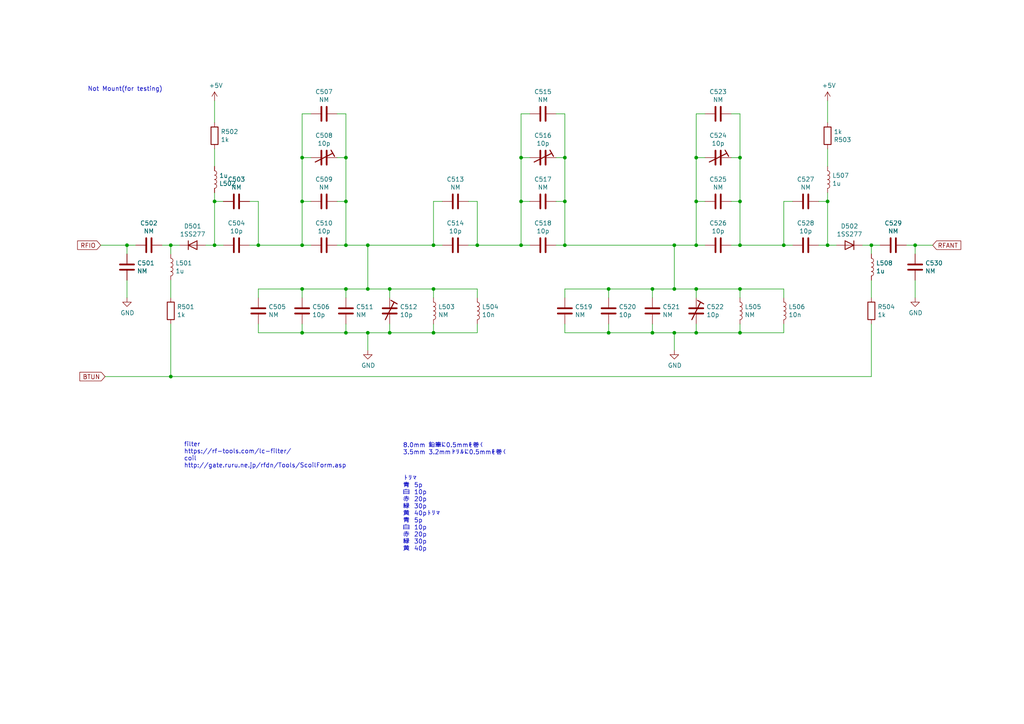
<source format=kicad_sch>
(kicad_sch (version 20211123) (generator eeschema)
  (paper "A4")
  (title_block (title "FM QRP TRCV") (date "2022-03-12") (rev "1") (company "JK1MLY / PRUG"))
  (lib_symbols
    (symbol "Device:C" (pin_numbers hide) (pin_names (offset 0.254))
      (property "Reference" "C" (at 0.635 2.54 0))
      (property "Value" "C" (at 0.635 -2.54 0))
      (symbol "C_0_1"
        (polyline (pts (xy -2.032 -0.762) (xy 2.032 -0.762)) (stroke (width 0.508)))
        (polyline (pts (xy -2.032 0.762) (xy 2.032 0.762)) (stroke (width 0.508)))
      )
      (symbol "C_1_1"
        (pin passive line (at 0 3.81 270) (length 2.794) (name "~") (number "1"))
        (pin passive line (at 0 -3.81 90) (length 2.794) (name "~") (number "2"))
      )
    )
    (symbol "Device:CTRIM" (pin_numbers hide) (pin_names (offset 0.254) hide)
      (property "Reference" "C" (at 1.524 -2.032 0))
      (property "Value" "Device_CTRIM" (at 3.048 -3.556 0))
      (symbol "CTRIM_0_1"
        (polyline (pts (xy -2.032 -0.762) (xy 2.032 -0.762)) (stroke (width 0.508)))
        (polyline (pts (xy -2.032 0.762) (xy 2.032 0.762)) (stroke (width 0.508)))
        (polyline (pts (xy 1.27 2.54) (xy -1.27 -2.54)) (stroke (width 0.3048)))
        (polyline (pts (xy 1.27 2.54) (xy 0.381 3.048)) (stroke (width 0.3048)))
        (polyline (pts (xy 1.27 2.54) (xy 2.159 2.032)) (stroke (width 0.3048)))
      )
      (symbol "CTRIM_1_1"
        (pin passive line (at 0 3.81 270) (length 3.048) (name "~") (number "1"))
        (pin passive line (at 0 -3.81 90) (length 3.048) (name "~") (number "2"))
      )
    )
    (symbol "Device:D" (pin_numbers hide) (pin_names (offset 1.016) hide)
      (property "Reference" "D" (at 0 2.54 0))
      (property "Value" "D" (at 0 -2.54 0))
      (symbol "D_0_1"
        (polyline (pts (xy -1.27 1.27) (xy -1.27 -1.27)) (stroke (width 0.254)))
        (polyline (pts (xy 1.27 0) (xy -1.27 0)))
        (polyline (pts (xy 1.27 1.27) (xy 1.27 -1.27) (xy -1.27 0) (xy 1.27 1.27)) (stroke (width 0.254)))
      )
      (symbol "D_1_1"
        (pin passive line (at -3.81 0 0) (length 2.54) (name "K") (number "1"))
        (pin passive line (at 3.81 0 180) (length 2.54) (name "A") (number "2"))
      )
    )
    (symbol "Device:L" (pin_numbers hide) (pin_names (offset 1.016) hide)
      (property "Reference" "L" (at -1.27 0 90))
      (property "Value" "L" (at 1.905 0 90))
      (symbol "L_0_1"
        (arc (start 0 -2.54) (mid 0.635 -1.905) (end 0 -1.27))
        (arc (start 0 -1.27) (mid 0.635 -0.635) (end 0 0))
        (arc (start 0 0) (mid 0.635 0.635) (end 0 1.27))
        (arc (start 0 1.27) (mid 0.635 1.905) (end 0 2.54))
      )
      (symbol "L_1_1"
        (pin passive line (at 0 3.81 270) (length 1.27) (name "1") (number "1"))
        (pin passive line (at 0 -3.81 90) (length 1.27) (name "2") (number "2"))
      )
    )
    (symbol "Device:R" (pin_numbers hide) (pin_names (offset 0))
      (property "Reference" "R" (at 2.032 0 90))
      (property "Value" "R" (at 0 0 90))
      (symbol "R_0_1"
        (rectangle (start -1.016 -2.54) (end 1.016 2.54) (stroke (width 0.254)))
      )
      (symbol "R_1_1"
        (pin passive line (at 0 3.81 270) (length 1.27) (name "~") (number "1"))
        (pin passive line (at 0 -3.81 90) (length 1.27) (name "~") (number "2"))
      )
    )
    (symbol "power:+5V" (power) (pin_names (offset 0))
      (property "Value" "+5V" (at 0 3.556 0))
      (symbol "+5V_0_1"
        (polyline (pts (xy -0.762 1.27) (xy 0 2.54)))
        (polyline (pts (xy 0 0) (xy 0 2.54)))
        (polyline (pts (xy 0 2.54) (xy 0.762 1.27)))
      )
      (symbol "+5V_1_1"
        (pin power_in line (at 0 0 90) (length 0) hide (name "+5V") (number "1"))
      )
    )
    (symbol "power:GND" (power) (pin_names (offset 0))
      (property "Value" "GND" (at 0 -3.81 0))
      (symbol "GND_0_1"
        (polyline (pts (xy 0 0) (xy 0 -1.27) (xy 1.27 -1.27) (xy 0 -2.54) (xy -1.27 -1.27) (xy 0 -1.27)))
      )
      (symbol "GND_1_1"
        (pin power_in line (at 0 0 270) (length 0) hide (name "GND") (number "1"))
      )
    )
  )
  (junction (at 214.63 83.82))
  (junction (at 100.33 58.42))
  (junction (at 87.63 45.72))
  (junction (at 189.23 96.52))
  (junction (at 151.13 45.72))
  (junction (at 240.03 71.12))
  (junction (at 201.93 45.72))
  (junction (at 100.33 71.12))
  (junction (at 201.93 96.52))
  (junction (at 240.03 58.42))
  (junction (at 163.83 71.12))
  (junction (at 87.63 71.12))
  (junction (at 195.58 83.82))
  (junction (at 214.63 45.72))
  (junction (at 100.33 96.52))
  (junction (at 189.23 83.82))
  (junction (at 125.73 83.82))
  (junction (at 100.33 45.72))
  (junction (at 214.63 58.42))
  (junction (at 201.93 71.12))
  (junction (at 125.73 96.52))
  (junction (at 106.68 83.82))
  (junction (at 106.68 96.52))
  (junction (at 36.83 71.12))
  (junction (at 87.63 83.82))
  (junction (at 163.83 45.72))
  (junction (at 100.33 83.82))
  (junction (at 62.23 58.42))
  (junction (at 87.63 58.42))
  (junction (at 214.63 96.52))
  (junction (at 227.33 71.12))
  (junction (at 106.68 71.12))
  (junction (at 163.83 58.42))
  (junction (at 214.63 71.12))
  (junction (at 201.93 83.82))
  (junction (at 113.03 96.52))
  (junction (at 151.13 58.42))
  (junction (at 87.63 96.52))
  (junction (at 49.53 109.22))
  (junction (at 265.43 71.12))
  (junction (at 176.53 83.82))
  (junction (at 195.58 71.12))
  (junction (at 125.73 71.12))
  (junction (at 74.93 71.12))
  (junction (at 195.58 96.52))
  (junction (at 176.53 96.52))
  (junction (at 62.23 71.12))
  (junction (at 138.43 71.12))
  (junction (at 151.13 71.12))
  (junction (at 252.73 71.12))
  (junction (at 49.53 71.12))
  (junction (at 113.03 83.82))
  (junction (at 201.93 58.42))
  (wire (pts (xy 212.09 45.72) (xy 214.63 45.72)))
  (wire (pts (xy 87.63 96.52) (xy 100.33 96.52)))
  (wire (pts (xy 72.39 58.42) (xy 74.93 58.42)))
  (wire (pts (xy 270.51 71.12) (xy 265.43 71.12)))
  (wire (pts (xy 62.23 58.42) (xy 62.23 71.12)))
  (wire (pts (xy 153.67 58.42) (xy 151.13 58.42)))
  (wire (pts (xy 214.63 45.72) (xy 214.63 58.42)))
  (wire (pts (xy 135.89 71.12) (xy 138.43 71.12)))
  (wire (pts (xy 201.93 71.12) (xy 204.47 71.12)))
  (wire (pts (xy 74.93 96.52) (xy 87.63 96.52)))
  (wire (pts (xy 189.23 83.82) (xy 195.58 83.82)))
  (wire (pts (xy 195.58 96.52) (xy 201.93 96.52)))
  (wire (pts (xy 212.09 71.12) (xy 214.63 71.12)))
  (wire (pts (xy 227.33 96.52) (xy 227.33 93.98)))
  (wire (pts (xy 204.47 58.42) (xy 201.93 58.42)))
  (wire (pts (xy 153.67 45.72) (xy 151.13 45.72)))
  (wire (pts (xy 106.68 101.6) (xy 106.68 96.52)))
  (wire (pts (xy 201.93 96.52) (xy 214.63 96.52)))
  (wire (pts (xy 100.33 83.82) (xy 106.68 83.82)))
  (wire (pts (xy 212.09 33.02) (xy 214.63 33.02)))
  (wire (pts (xy 87.63 45.72) (xy 87.63 58.42)))
  (wire (pts (xy 176.53 83.82) (xy 176.53 86.36)))
  (wire (pts (xy 90.17 58.42) (xy 87.63 58.42)))
  (wire (pts (xy 214.63 93.98) (xy 214.63 96.52)))
  (wire (pts (xy 153.67 33.02) (xy 151.13 33.02)))
  (wire (pts (xy 87.63 83.82) (xy 87.63 86.36)))
  (wire (pts (xy 265.43 81.28) (xy 265.43 86.36)))
  (wire (pts (xy 151.13 71.12) (xy 153.67 71.12)))
  (wire (pts (xy 240.03 43.18) (xy 240.03 48.26)))
  (wire (pts (xy 62.23 55.88) (xy 62.23 58.42)))
  (wire (pts (xy 265.43 71.12) (xy 262.89 71.12)))
  (wire (pts (xy 214.63 83.82) (xy 227.33 83.82)))
  (wire (pts (xy 36.83 71.12) (xy 29.21 71.12)))
  (wire (pts (xy 100.33 71.12) (xy 97.79 71.12)))
  (wire (pts (xy 240.03 29.21) (xy 240.03 35.56)))
  (wire (pts (xy 87.63 83.82) (xy 100.33 83.82)))
  (wire (pts (xy 97.79 33.02) (xy 100.33 33.02)))
  (wire (pts (xy 214.63 33.02) (xy 214.63 45.72)))
  (wire (pts (xy 87.63 58.42) (xy 87.63 71.12)))
  (wire (pts (xy 252.73 81.28) (xy 252.73 86.36)))
  (wire (pts (xy 237.49 71.12) (xy 240.03 71.12)))
  (wire (pts (xy 100.33 86.36) (xy 100.33 83.82)))
  (wire (pts (xy 176.53 93.98) (xy 176.53 96.52)))
  (wire (pts (xy 74.93 71.12) (xy 72.39 71.12)))
  (wire (pts (xy 87.63 33.02) (xy 87.63 45.72)))
  (wire (pts (xy 97.79 45.72) (xy 100.33 45.72)))
  (wire (pts (xy 49.53 109.22) (xy 252.73 109.22)))
  (wire (pts (xy 265.43 73.66) (xy 265.43 71.12)))
  (wire (pts (xy 113.03 86.36) (xy 113.03 83.82)))
  (wire (pts (xy 176.53 83.82) (xy 189.23 83.82)))
  (wire (pts (xy 113.03 83.82) (xy 125.73 83.82)))
  (wire (pts (xy 204.47 33.02) (xy 201.93 33.02)))
  (wire (pts (xy 227.33 71.12) (xy 229.87 71.12)))
  (wire (pts (xy 49.53 93.98) (xy 49.53 109.22)))
  (wire (pts (xy 151.13 45.72) (xy 151.13 58.42)))
  (wire (pts (xy 252.73 109.22) (xy 252.73 93.98)))
  (wire (pts (xy 163.83 45.72) (xy 163.83 58.42)))
  (wire (pts (xy 163.83 33.02) (xy 163.83 45.72)))
  (wire (pts (xy 163.83 71.12) (xy 161.29 71.12)))
  (wire (pts (xy 90.17 33.02) (xy 87.63 33.02)))
  (wire (pts (xy 163.83 93.98) (xy 163.83 96.52)))
  (wire (pts (xy 74.93 83.82) (xy 87.63 83.82)))
  (wire (pts (xy 100.33 33.02) (xy 100.33 45.72)))
  (wire (pts (xy 125.73 58.42) (xy 125.73 71.12)))
  (wire (pts (xy 36.83 81.28) (xy 36.83 86.36)))
  (wire (pts (xy 195.58 83.82) (xy 201.93 83.82)))
  (wire (pts (xy 227.33 83.82) (xy 227.33 86.36)))
  (wire (pts (xy 36.83 71.12) (xy 36.83 73.66)))
  (wire (pts (xy 138.43 58.42) (xy 138.43 71.12)))
  (wire (pts (xy 100.33 71.12) (xy 106.68 71.12)))
  (wire (pts (xy 128.27 58.42) (xy 125.73 58.42)))
  (wire (pts (xy 90.17 45.72) (xy 87.63 45.72)))
  (wire (pts (xy 125.73 96.52) (xy 138.43 96.52)))
  (wire (pts (xy 138.43 71.12) (xy 151.13 71.12)))
  (wire (pts (xy 125.73 86.36) (xy 125.73 83.82)))
  (wire (pts (xy 214.63 71.12) (xy 227.33 71.12)))
  (wire (pts (xy 163.83 83.82) (xy 176.53 83.82)))
  (wire (pts (xy 113.03 93.98) (xy 113.03 96.52)))
  (wire (pts (xy 240.03 58.42) (xy 240.03 71.12)))
  (wire (pts (xy 62.23 71.12) (xy 64.77 71.12)))
  (wire (pts (xy 252.73 71.12) (xy 252.73 73.66)))
  (wire (pts (xy 151.13 58.42) (xy 151.13 71.12)))
  (wire (pts (xy 100.33 93.98) (xy 100.33 96.52)))
  (wire (pts (xy 161.29 33.02) (xy 163.83 33.02)))
  (wire (pts (xy 201.93 86.36) (xy 201.93 83.82)))
  (wire (pts (xy 87.63 71.12) (xy 90.17 71.12)))
  (wire (pts (xy 106.68 71.12) (xy 106.68 83.82)))
  (wire (pts (xy 106.68 71.12) (xy 125.73 71.12)))
  (wire (pts (xy 189.23 93.98) (xy 189.23 96.52)))
  (wire (pts (xy 59.69 71.12) (xy 62.23 71.12)))
  (wire (pts (xy 201.93 33.02) (xy 201.93 45.72)))
  (wire (pts (xy 49.53 71.12) (xy 49.53 73.66)))
  (wire (pts (xy 163.83 58.42) (xy 163.83 71.12)))
  (wire (pts (xy 151.13 33.02) (xy 151.13 45.72)))
  (wire (pts (xy 163.83 86.36) (xy 163.83 83.82)))
  (wire (pts (xy 97.79 58.42) (xy 100.33 58.42)))
  (wire (pts (xy 64.77 58.42) (xy 62.23 58.42)))
  (wire (pts (xy 201.93 71.12) (xy 195.58 71.12)))
  (wire (pts (xy 204.47 45.72) (xy 201.93 45.72)))
  (wire (pts (xy 237.49 58.42) (xy 240.03 58.42)))
  (wire (pts (xy 106.68 96.52) (xy 113.03 96.52)))
  (wire (pts (xy 163.83 96.52) (xy 176.53 96.52)))
  (wire (pts (xy 100.33 58.42) (xy 100.33 71.12)))
  (wire (pts (xy 201.93 58.42) (xy 201.93 71.12)))
  (wire (pts (xy 201.93 93.98) (xy 201.93 96.52)))
  (wire (pts (xy 113.03 96.52) (xy 125.73 96.52)))
  (wire (pts (xy 74.93 93.98) (xy 74.93 96.52)))
  (wire (pts (xy 189.23 96.52) (xy 195.58 96.52)))
  (wire (pts (xy 74.93 86.36) (xy 74.93 83.82)))
  (wire (pts (xy 49.53 81.28) (xy 49.53 86.36)))
  (wire (pts (xy 62.23 29.21) (xy 62.23 35.56)))
  (wire (pts (xy 195.58 101.6) (xy 195.58 96.52)))
  (wire (pts (xy 30.48 109.22) (xy 49.53 109.22)))
  (wire (pts (xy 195.58 71.12) (xy 195.58 83.82)))
  (wire (pts (xy 125.73 83.82) (xy 138.43 83.82)))
  (wire (pts (xy 74.93 71.12) (xy 87.63 71.12)))
  (wire (pts (xy 52.07 71.12) (xy 49.53 71.12)))
  (wire (pts (xy 138.43 83.82) (xy 138.43 86.36)))
  (wire (pts (xy 229.87 58.42) (xy 227.33 58.42)))
  (wire (pts (xy 135.89 58.42) (xy 138.43 58.42)))
  (wire (pts (xy 255.27 71.12) (xy 252.73 71.12)))
  (wire (pts (xy 176.53 96.52) (xy 189.23 96.52)))
  (wire (pts (xy 240.03 55.88) (xy 240.03 58.42)))
  (wire (pts (xy 201.93 45.72) (xy 201.93 58.42)))
  (wire (pts (xy 87.63 93.98) (xy 87.63 96.52)))
  (wire (pts (xy 163.83 71.12) (xy 195.58 71.12)))
  (wire (pts (xy 161.29 58.42) (xy 163.83 58.42)))
  (wire (pts (xy 227.33 58.42) (xy 227.33 71.12)))
  (wire (pts (xy 250.19 71.12) (xy 252.73 71.12)))
  (wire (pts (xy 125.73 93.98) (xy 125.73 96.52)))
  (wire (pts (xy 74.93 58.42) (xy 74.93 71.12)))
  (wire (pts (xy 138.43 96.52) (xy 138.43 93.98)))
  (wire (pts (xy 100.33 45.72) (xy 100.33 58.42)))
  (wire (pts (xy 240.03 71.12) (xy 242.57 71.12)))
  (wire (pts (xy 49.53 71.12) (xy 46.99 71.12)))
  (wire (pts (xy 201.93 83.82) (xy 214.63 83.82)))
  (wire (pts (xy 106.68 83.82) (xy 113.03 83.82)))
  (wire (pts (xy 214.63 96.52) (xy 227.33 96.52)))
  (wire (pts (xy 125.73 71.12) (xy 128.27 71.12)))
  (wire (pts (xy 214.63 86.36) (xy 214.63 83.82)))
  (wire (pts (xy 189.23 86.36) (xy 189.23 83.82)))
  (wire (pts (xy 214.63 58.42) (xy 214.63 71.12)))
  (wire (pts (xy 62.23 43.18) (xy 62.23 48.26)))
  (wire (pts (xy 100.33 96.52) (xy 106.68 96.52)))
  (wire (pts (xy 39.37 71.12) (xy 36.83 71.12)))
  (wire (pts (xy 212.09 58.42) (xy 214.63 58.42)))
  (wire (pts (xy 161.29 45.72) (xy 163.83 45.72)))
  (text "filter\nhttps://rf-tools.com/lc-filter/\ncoil\nhttp://gate.ruru.ne.jp/rfdn/Tools/ScoilForm.asp" (at 53.34 135.89 0) (effects (font (size 1.27 1.27)) (justify left bottom)))
  (text "8.0mm 鉛筆に0.5mmを巻く\n3.5mm 3.2mmドリルに0.5mmを巻く" (at 116.84 132.08 0) (effects (font (size 1.27 1.27)) (justify left bottom)))
  (text "Not Mount(for testing)" (at 25.4 26.67 0) (effects (font (size 1.27 1.27)) (justify left bottom)))
  (text "トリマ\n青　5p\n白　10p\n赤　20p\n緑　30p\n黄　40pトリマ\n青　5p\n白　10p\n赤　20p\n緑　30p\n黄　40p" (at 116.84 160.02 0) (effects (font (size 1.27 1.27)) (justify left bottom)))
  (global_label "RFANT" (shape input) (at 270.51 71.12 0) (property "Intersheet References" "${INTERSHEET_REFS}" (effects hide)))
  (global_label "BTUN" (shape input) (at 30.48 109.22 180) (property "Intersheet References" "${INTERSHEET_REFS}" (effects hide)))
  (global_label "RFIO" (shape input) (at 29.21 71.12 180) (property "Intersheet References" "${INTERSHEET_REFS}" (effects hide)))
  (symbol (lib_id "Device:C") (at 189.23 90.17 0) (unit 1)
    (property "Reference" "C521" (at 192.151 89.0016 0) (effects (justify left)))
    (property "Value" "NM" (at 192.151 91.313 0) (effects (justify left)))
    (property "Footprint" "digikey-footprints:0603" (effects hide))
  )
  (symbol (lib_id "Device:C") (at 157.48 58.42 90) (unit 1)
    (property "Reference" "C517" (at 157.48 52.0192 90))
    (property "Value" "NM" (at 157.48 54.3306 90))
    (property "Footprint" "digikey-footprints:0603" (effects hide))
  )
  (symbol (lib_id "Device:CTRIM") (at 201.93 90.17 0) (unit 1)
    (property "Reference" "C522" (at 204.8764 89.0016 0) (effects (justify left)))
    (property "Value" "10p" (at 204.8764 91.313 0) (effects (justify left)))
    (property "Footprint" "UserLib:C_TRIM_P6.00mm" (effects hide))
  )
  (symbol (lib_id "Device:D") (at 55.88 71.12 0) (unit 1)
    (property "Reference" "D501" (at 55.88 65.6082 0))
    (property "Value" "1SS277" (at 55.88 67.9196 0))
    (property "Footprint" "Diode_THT:D_A-405_P2.54mm_Vertical_AnodeUp" (effects hide))
    (property "Datasheet" "I-10623" (effects hide))
  )
  (symbol (lib_id "Device:D") (at 246.38 71.12 0) (mirror y) (unit 1)
    (property "Reference" "D502" (at 246.38 65.6082 0))
    (property "Value" "1SS277" (at 246.38 67.9196 0))
    (property "Footprint" "Diode_THT:D_A-405_P2.54mm_Vertical_AnodeUp" (effects hide))
    (property "Datasheet" "I-10623" (effects hide))
  )
  (symbol (lib_id "Device:L") (at 214.63 90.17 0) (unit 1)
    (property "Reference" "L505" (at 215.9762 89.0016 0) (effects (justify left)))
    (property "Value" "NM" (at 215.9762 91.313 0) (effects (justify left)))
    (property "Footprint" "Inductor_SMD:L_Murata_LQH2MCNxxxx02_2.0x1.6mm" (effects hide))
  )
  (symbol (lib_id "Device:L") (at 252.73 77.47 0) (unit 1)
    (property "Reference" "L508" (at 254.0762 76.3016 0) (effects (justify left)))
    (property "Value" "1u" (at 254.0762 78.613 0) (effects (justify left)))
    (property "Footprint" "Resistor_THT:R_Axial_DIN0207_L6.3mm_D2.5mm_P2.54mm_Vertical" (effects hide))
    (property "Datasheet" "P-03961" (effects hide))
  )
  (symbol (lib_id "Device:R") (at 62.23 39.37 0) (unit 1)
    (property "Reference" "R502" (at 64.008 38.2016 0) (effects (justify left)))
    (property "Value" "1k" (at 64.008 40.513 0) (effects (justify left)))
    (property "Footprint" "Resistor_THT:R_Axial_DIN0207_L6.3mm_D2.5mm_P2.54mm_Vertical" (effects hide))
  )
  (symbol (lib_id "Device:R") (at 252.73 90.17 0) (unit 1)
    (property "Reference" "R504" (at 254.508 89.0016 0) (effects (justify left)))
    (property "Value" "1k" (at 254.508 91.313 0) (effects (justify left)))
    (property "Footprint" "Resistor_THT:R_Axial_DIN0207_L6.3mm_D2.5mm_P2.54mm_Vertical" (effects hide))
  )
  (symbol (lib_id "Device:C") (at 176.53 90.17 0) (unit 1)
    (property "Reference" "C520" (at 179.451 89.0016 0) (effects (justify left)))
    (property "Value" "10p" (at 179.451 91.313 0) (effects (justify left)))
    (property "Footprint" "Capacitor_THT:C_Disc_D3.4mm_W2.1mm_P2.50mm" (effects hide))
  )
  (symbol (lib_id "Device:C") (at 163.83 90.17 0) (unit 1)
    (property "Reference" "C519" (at 166.751 89.0016 0) (effects (justify left)))
    (property "Value" "NM" (at 166.751 91.313 0) (effects (justify left)))
    (property "Footprint" "digikey-footprints:0603" (effects hide))
  )
  (symbol (lib_id "Device:L") (at 227.33 90.17 0) (unit 1)
    (property "Reference" "L506" (at 228.6762 89.0016 0) (effects (justify left)))
    (property "Value" "10n" (at 228.6762 91.313 0) (effects (justify left)))
    (property "Footprint" "Resistor_THT:R_Axial_DIN0204_L3.6mm_D1.6mm_P5.08mm_Horizontal" (effects hide))
  )
  (symbol (lib_id "Device:CTRIM") (at 157.48 45.72 270) (mirror x) (unit 1)
    (property "Reference" "C516" (at 157.48 39.2938 90))
    (property "Value" "10p" (at 157.48 41.6052 90))
    (property "Footprint" "UserLib:C_TRIM_P6.00mm" (effects hide))
  )
  (symbol (lib_id "Device:C") (at 157.48 71.12 90) (unit 1)
    (property "Reference" "C518" (at 157.48 64.7192 90))
    (property "Value" "10p" (at 157.48 67.0306 90))
    (property "Footprint" "Capacitor_THT:C_Disc_D3.4mm_W2.1mm_P2.50mm" (effects hide))
  )
  (symbol (lib_id "Device:C") (at 132.08 71.12 90) (unit 1)
    (property "Reference" "C514" (at 132.08 64.7192 90))
    (property "Value" "10p" (at 132.08 67.0306 90))
    (property "Footprint" "Capacitor_THT:C_Disc_D3.4mm_W2.1mm_P2.50mm" (effects hide))
  )
  (symbol (lib_id "Device:C") (at 100.33 90.17 0) (unit 1)
    (property "Reference" "C511" (at 103.251 89.0016 0) (effects (justify left)))
    (property "Value" "NM" (at 103.251 91.313 0) (effects (justify left)))
    (property "Footprint" "digikey-footprints:0603" (effects hide))
  )
  (symbol (lib_id "Device:CTRIM") (at 113.03 90.17 0) (unit 1)
    (property "Reference" "C512" (at 115.9764 89.0016 0) (effects (justify left)))
    (property "Value" "10p" (at 115.9764 91.313 0) (effects (justify left)))
    (property "Footprint" "UserLib:C_TRIM_P6.00mm" (effects hide))
  )
  (symbol (lib_id "Device:L") (at 125.73 90.17 0) (unit 1)
    (property "Reference" "L503" (at 127.0762 89.0016 0) (effects (justify left)))
    (property "Value" "NM" (at 127.0762 91.313 0) (effects (justify left)))
    (property "Footprint" "Inductor_SMD:L_Murata_LQH2MCNxxxx02_2.0x1.6mm" (effects hide))
  )
  (symbol (lib_id "Device:C") (at 87.63 90.17 0) (unit 1)
    (property "Reference" "C506" (at 90.551 89.0016 0) (effects (justify left)))
    (property "Value" "10p" (at 90.551 91.313 0) (effects (justify left)))
    (property "Footprint" "Capacitor_THT:C_Disc_D3.4mm_W2.1mm_P2.50mm" (effects hide))
  )
  (symbol (lib_id "Device:C") (at 74.93 90.17 0) (unit 1)
    (property "Reference" "C505" (at 77.851 89.0016 0) (effects (justify left)))
    (property "Value" "NM" (at 77.851 91.313 0) (effects (justify left)))
    (property "Footprint" "digikey-footprints:0603" (effects hide))
  )
  (symbol (lib_id "Device:L") (at 138.43 90.17 0) (unit 1)
    (property "Reference" "L504" (at 139.7762 89.0016 0) (effects (justify left)))
    (property "Value" "10n" (at 139.7762 91.313 0) (effects (justify left)))
    (property "Footprint" "Resistor_THT:R_Axial_DIN0204_L3.6mm_D1.6mm_P5.08mm_Horizontal" (effects hide))
  )
  (symbol (lib_id "Device:C") (at 93.98 58.42 90) (unit 1)
    (property "Reference" "C509" (at 93.98 52.0192 90))
    (property "Value" "NM" (at 93.98 54.3306 90))
    (property "Footprint" "digikey-footprints:0603" (effects hide))
  )
  (symbol (lib_id "Device:CTRIM") (at 93.98 45.72 270) (mirror x) (unit 1)
    (property "Reference" "C508" (at 93.98 39.2938 90))
    (property "Value" "10p" (at 93.98 41.6052 90))
    (property "Footprint" "UserLib:C_TRIM_P6.00mm" (effects hide))
  )
  (symbol (lib_id "Device:C") (at 93.98 71.12 90) (unit 1)
    (property "Reference" "C510" (at 93.98 64.7192 90))
    (property "Value" "10p" (at 93.98 67.0306 90))
    (property "Footprint" "Capacitor_THT:C_Disc_D3.4mm_W2.1mm_P2.50mm" (effects hide))
  )
  (symbol (lib_id "Device:C") (at 68.58 71.12 90) (unit 1)
    (property "Reference" "C504" (at 68.58 64.7192 90))
    (property "Value" "10p" (at 68.58 67.0306 90))
    (property "Footprint" "Capacitor_THT:C_Disc_D3.4mm_W2.1mm_P2.50mm" (effects hide))
  )
  (symbol (lib_id "Device:C") (at 208.28 58.42 90) (unit 1)
    (property "Reference" "C525" (at 208.28 52.0192 90))
    (property "Value" "NM" (at 208.28 54.3306 90))
    (property "Footprint" "digikey-footprints:0603" (effects hide))
  )
  (symbol (lib_id "Device:CTRIM") (at 208.28 45.72 270) (mirror x) (unit 1)
    (property "Reference" "C524" (at 208.28 39.2938 90))
    (property "Value" "10p" (at 208.28 41.6052 90))
    (property "Footprint" "UserLib:C_TRIM_P6.00mm" (effects hide))
  )
  (symbol (lib_id "Device:C") (at 208.28 71.12 90) (unit 1)
    (property "Reference" "C526" (at 208.28 64.7192 90))
    (property "Value" "10p" (at 208.28 67.0306 90))
    (property "Footprint" "Capacitor_THT:C_Disc_D3.4mm_W2.1mm_P2.50mm" (effects hide))
  )
  (symbol (lib_id "Device:C") (at 233.68 71.12 90) (unit 1)
    (property "Reference" "C528" (at 233.68 64.7192 90))
    (property "Value" "10p" (at 233.68 67.0306 90))
    (property "Footprint" "Capacitor_THT:C_Disc_D3.4mm_W2.1mm_P2.50mm" (effects hide))
  )
  (symbol (lib_id "Device:L") (at 49.53 77.47 0) (unit 1)
    (property "Reference" "L501" (at 50.8762 76.3016 0) (effects (justify left)))
    (property "Value" "1u" (at 50.8762 78.613 0) (effects (justify left)))
    (property "Footprint" "Resistor_THT:R_Axial_DIN0207_L6.3mm_D2.5mm_P2.54mm_Vertical" (effects hide))
    (property "Datasheet" "P-03961" (effects hide))
  )
  (symbol (lib_id "Device:R") (at 49.53 90.17 0) (unit 1)
    (property "Reference" "R501" (at 51.308 89.0016 0) (effects (justify left)))
    (property "Value" "1k" (at 51.308 91.313 0) (effects (justify left)))
    (property "Footprint" "Resistor_THT:R_Axial_DIN0207_L6.3mm_D2.5mm_P2.54mm_Vertical" (effects hide))
  )
  (symbol (lib_id "Device:L") (at 62.23 52.07 0) (mirror x) (unit 1)
    (property "Reference" "L502" (at 63.5762 53.2384 0) (effects (justify left)))
    (property "Value" "1u" (at 63.5762 50.927 0) (effects (justify left)))
    (property "Footprint" "Resistor_THT:R_Axial_DIN0207_L6.3mm_D2.5mm_P2.54mm_Vertical" (effects hide))
    (property "Datasheet" "P-03961" (effects hide))
  )
  (symbol (lib_id "Device:R") (at 240.03 39.37 0) (mirror x) (unit 1)
    (property "Reference" "R503" (at 241.808 40.5384 0) (effects (justify left)))
    (property "Value" "1k" (at 241.808 38.227 0) (effects (justify left)))
    (property "Footprint" "Resistor_THT:R_Axial_DIN0207_L6.3mm_D2.5mm_P2.54mm_Vertical" (effects hide))
  )
  (symbol (lib_id "Device:L") (at 240.03 52.07 0) (unit 1)
    (property "Reference" "L507" (at 241.3762 50.9016 0) (effects (justify left)))
    (property "Value" "1u" (at 241.3762 53.213 0) (effects (justify left)))
    (property "Footprint" "Resistor_THT:R_Axial_DIN0207_L6.3mm_D2.5mm_P2.54mm_Vertical" (effects hide))
    (property "Datasheet" "P-03961" (effects hide))
  )
  (symbol (lib_id "power:GND") (at 106.68 101.6 0) (unit 1)
    (property "Reference" "#PWR0503" (effects hide))
    (property "Value" "GND" (at 106.807 105.9942 0))
  )
  (symbol (lib_id "power:GND") (at 195.58 101.6 0) (unit 1)
    (property "Reference" "#PWR0504" (effects hide))
    (property "Value" "GND" (at 195.707 105.9942 0))
  )
  (symbol (lib_id "power:+5V") (at 62.23 29.21 0) (unit 1)
    (property "Reference" "#PWR0502" (effects hide))
    (property "Value" "+5V" (at 62.611 24.8158 0))
  )
  (symbol (lib_id "power:+5V") (at 240.03 29.21 0) (unit 1)
    (property "Reference" "#PWR0505" (effects hide))
    (property "Value" "+5V" (at 240.411 24.8158 0))
  )
  (symbol (lib_id "Device:C") (at 259.08 71.12 90) (unit 1)
    (property "Reference" "C529" (at 259.08 64.7192 90))
    (property "Value" "NM" (at 259.08 67.0306 90))
    (property "Footprint" "Capacitor_THT:C_Disc_D3.4mm_W2.1mm_P2.50mm" (effects hide))
  )
  (symbol (lib_id "Device:C") (at 43.18 71.12 90) (unit 1)
    (property "Reference" "C502" (at 43.18 64.7192 90))
    (property "Value" "NM" (at 43.18 67.0306 90))
    (property "Footprint" "Capacitor_THT:C_Disc_D3.4mm_W2.1mm_P2.50mm" (effects hide))
  )
  (symbol (lib_id "Device:C") (at 36.83 77.47 0) (unit 1)
    (property "Reference" "C501" (at 39.751 76.3016 0) (effects (justify left)))
    (property "Value" "NM" (at 39.751 78.613 0) (effects (justify left)))
    (property "Footprint" "Capacitor_THT:C_Disc_D3.4mm_W2.1mm_P2.50mm" (effects hide))
  )
  (symbol (lib_id "power:GND") (at 36.83 86.36 0) (unit 1)
    (property "Reference" "#PWR0501" (effects hide))
    (property "Value" "GND" (at 36.957 90.7542 0))
  )
  (symbol (lib_id "Device:C") (at 265.43 77.47 0) (unit 1)
    (property "Reference" "C530" (at 268.351 76.3016 0) (effects (justify left)))
    (property "Value" "NM" (at 268.351 78.613 0) (effects (justify left)))
    (property "Footprint" "Capacitor_THT:C_Disc_D3.4mm_W2.1mm_P2.50mm" (effects hide))
  )
  (symbol (lib_id "power:GND") (at 265.43 86.36 0) (unit 1)
    (property "Reference" "#PWR0506" (effects hide))
    (property "Value" "GND" (at 265.557 90.7542 0))
  )
  (symbol (lib_id "Device:C") (at 68.58 58.42 90) (unit 1)
    (property "Reference" "C503" (at 68.58 52.0192 90))
    (property "Value" "NM" (at 68.58 54.3306 90))
    (property "Footprint" "digikey-footprints:0603" (effects hide))
  )
  (symbol (lib_id "Device:C") (at 132.08 58.42 90) (unit 1)
    (property "Reference" "C513" (at 132.08 52.0192 90))
    (property "Value" "NM" (at 132.08 54.3306 90))
    (property "Footprint" "digikey-footprints:0603" (effects hide))
  )
  (symbol (lib_id "Device:C") (at 233.68 58.42 90) (unit 1)
    (property "Reference" "C527" (at 233.68 52.0192 90))
    (property "Value" "NM" (at 233.68 54.3306 90))
    (property "Footprint" "digikey-footprints:0603" (effects hide))
  )
  (symbol (lib_id "Device:C") (at 93.98 33.02 90) (unit 1)
    (property "Reference" "C507" (at 93.98 26.6192 90))
    (property "Value" "NM" (at 93.98 28.9306 90))
    (property "Footprint" "digikey-footprints:0603" (effects hide))
  )
  (symbol (lib_id "Device:C") (at 157.48 33.02 90) (unit 1)
    (property "Reference" "C515" (at 157.48 26.6192 90))
    (property "Value" "NM" (at 157.48 28.9306 90))
    (property "Footprint" "digikey-footprints:0603" (effects hide))
  )
  (symbol (lib_id "Device:C") (at 208.28 33.02 90) (unit 1)
    (property "Reference" "C523" (at 208.28 26.6192 90))
    (property "Value" "NM" (at 208.28 28.9306 90))
    (property "Footprint" "digikey-footprints:0603" (effects hide))
  )
)
</source>
